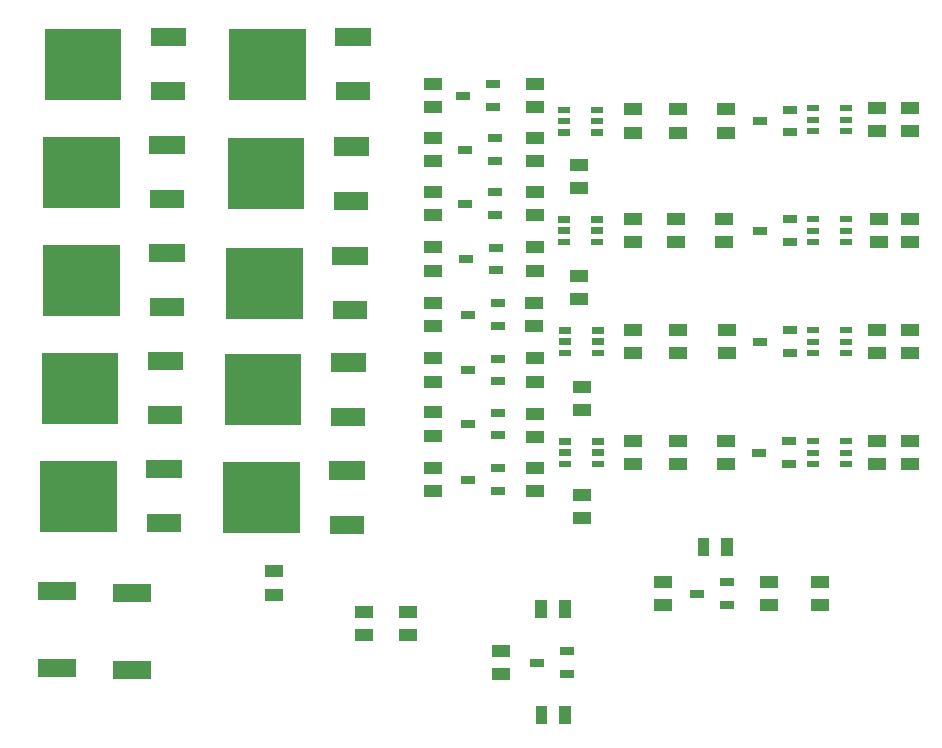
<source format=gtp>
G04 Layer: TopPasteMaskLayer*
G04 EasyEDA v6.4.17, 2021-02-25T19:03:03+01:00*
G04 6c0f4fe36ed64f8eba938430e6b1039c,39d5087fc9724a43abff86b671d546b8,10*
G04 Gerber Generator version 0.2*
G04 Scale: 100 percent, Rotated: No, Reflected: No *
G04 Dimensions in millimeters *
G04 leading zeros omitted , absolute positions ,4 integer and 5 decimal *
%FSLAX45Y45*%
%MOMM*%

%ADD17R,1.5500X1.0000*%
%ADD18R,1.0000X0.5500*%
%ADD19R,1.2500X0.7000*%
%ADD20R,1.0000X1.5500*%
%ADD22R,3.0000X1.6000*%
%ADD23R,3.3000X1.6000*%

%LPD*%
D17*
G01*
X4610100Y-4040200D03*
G01*
X4610100Y-4240199D03*
G01*
X4610100Y-3583000D03*
G01*
X4610100Y-3782999D03*
G01*
X4610100Y-3113100D03*
G01*
X4610100Y-3313099D03*
G01*
X4597400Y-2643200D03*
G01*
X4597400Y-2843199D03*
G01*
X4610100Y-2173300D03*
G01*
X4610100Y-2373299D03*
G01*
X4610100Y-1703400D03*
G01*
X4610100Y-1903399D03*
G01*
X4610100Y-1246200D03*
G01*
X4610100Y-1446199D03*
G01*
X4610100Y-789000D03*
G01*
X4610100Y-988999D03*
G36*
X4801095Y-1172395D02*
G01*
X4901095Y-1172395D01*
X4901095Y-1227396D01*
X4801095Y-1227396D01*
G37*
G36*
X4801095Y-1077399D02*
G01*
X4901095Y-1077399D01*
X4901095Y-1132400D01*
X4801095Y-1132400D01*
G37*
G36*
X4801095Y-982403D02*
G01*
X4901095Y-982403D01*
X4901095Y-1037404D01*
X4801095Y-1037404D01*
G37*
G36*
X5081104Y-982403D02*
G01*
X5181104Y-982403D01*
X5181104Y-1037404D01*
X5081104Y-1037404D01*
G37*
G36*
X5081104Y-1077399D02*
G01*
X5181104Y-1077399D01*
X5181104Y-1132400D01*
X5081104Y-1132400D01*
G37*
G36*
X5081104Y-1172395D02*
G01*
X5181104Y-1172395D01*
X5181104Y-1227396D01*
X5081104Y-1227396D01*
G37*
G36*
X4801095Y-2099495D02*
G01*
X4901095Y-2099495D01*
X4901095Y-2154496D01*
X4801095Y-2154496D01*
G37*
G36*
X4801095Y-2004499D02*
G01*
X4901095Y-2004499D01*
X4901095Y-2059500D01*
X4801095Y-2059500D01*
G37*
G36*
X4801095Y-1909503D02*
G01*
X4901095Y-1909503D01*
X4901095Y-1964504D01*
X4801095Y-1964504D01*
G37*
G36*
X5081104Y-1909503D02*
G01*
X5181104Y-1909503D01*
X5181104Y-1964504D01*
X5081104Y-1964504D01*
G37*
G36*
X5081104Y-2004499D02*
G01*
X5181104Y-2004499D01*
X5181104Y-2059500D01*
X5081104Y-2059500D01*
G37*
G36*
X5081104Y-2099495D02*
G01*
X5181104Y-2099495D01*
X5181104Y-2154496D01*
X5081104Y-2154496D01*
G37*
G36*
X4813795Y-3039295D02*
G01*
X4913795Y-3039295D01*
X4913795Y-3094296D01*
X4813795Y-3094296D01*
G37*
G36*
X4813795Y-2944299D02*
G01*
X4913795Y-2944299D01*
X4913795Y-2999300D01*
X4813795Y-2999300D01*
G37*
G36*
X4813795Y-2849303D02*
G01*
X4913795Y-2849303D01*
X4913795Y-2904304D01*
X4813795Y-2904304D01*
G37*
G36*
X5093804Y-2849303D02*
G01*
X5193804Y-2849303D01*
X5193804Y-2904304D01*
X5093804Y-2904304D01*
G37*
G36*
X5093804Y-2944299D02*
G01*
X5193804Y-2944299D01*
X5193804Y-2999300D01*
X5093804Y-2999300D01*
G37*
G36*
X5093804Y-3039295D02*
G01*
X5193804Y-3039295D01*
X5193804Y-3094296D01*
X5093804Y-3094296D01*
G37*
G36*
X4813795Y-3979095D02*
G01*
X4913795Y-3979095D01*
X4913795Y-4034096D01*
X4813795Y-4034096D01*
G37*
G36*
X4813795Y-3884099D02*
G01*
X4913795Y-3884099D01*
X4913795Y-3939100D01*
X4813795Y-3939100D01*
G37*
G36*
X4813795Y-3789103D02*
G01*
X4913795Y-3789103D01*
X4913795Y-3844104D01*
X4813795Y-3844104D01*
G37*
G36*
X5093804Y-3789103D02*
G01*
X5193804Y-3789103D01*
X5193804Y-3844104D01*
X5093804Y-3844104D01*
G37*
G36*
X5093804Y-3884099D02*
G01*
X5193804Y-3884099D01*
X5193804Y-3939100D01*
X5093804Y-3939100D01*
G37*
G36*
X5093804Y-3979095D02*
G01*
X5193804Y-3979095D01*
X5193804Y-4034096D01*
X5093804Y-4034096D01*
G37*
G01*
X3746500Y-4040200D03*
G01*
X3746500Y-4240199D03*
G01*
X3746500Y-3113100D03*
G01*
X3746500Y-3313099D03*
G01*
X3746500Y-3570300D03*
G01*
X3746500Y-3770299D03*
G01*
X3746500Y-2173300D03*
G01*
X3746500Y-2373299D03*
G01*
X3746500Y-2643200D03*
G01*
X3746500Y-2843199D03*
G01*
X3746500Y-1246200D03*
G01*
X3746500Y-1446199D03*
G01*
X3746500Y-1703400D03*
G01*
X3746500Y-1903399D03*
G01*
X3746500Y-789000D03*
G01*
X3746500Y-988999D03*
D19*
G01*
X4002531Y-889000D03*
G01*
X4252468Y-794004D03*
G01*
X4252468Y-983995D03*
G01*
X4015231Y-1346200D03*
G01*
X4265168Y-1251204D03*
G01*
X4265168Y-1441195D03*
G01*
X4015231Y-1803400D03*
G01*
X4265168Y-1708404D03*
G01*
X4265168Y-1898395D03*
G01*
X4027931Y-2273300D03*
G01*
X4277868Y-2178304D03*
G01*
X4277868Y-2368295D03*
G01*
X4040631Y-2743200D03*
G01*
X4290568Y-2648204D03*
G01*
X4290568Y-2838195D03*
G01*
X4040631Y-3213100D03*
G01*
X4290568Y-3118104D03*
G01*
X4290568Y-3308095D03*
G01*
X4040631Y-3670300D03*
G01*
X4290568Y-3575304D03*
G01*
X4290568Y-3765295D03*
G01*
X4040631Y-4140200D03*
G01*
X4290568Y-4045204D03*
G01*
X4290568Y-4235195D03*
D17*
G01*
X4978400Y-1674799D03*
G01*
X4978400Y-1474800D03*
G01*
X4978400Y-2614599D03*
G01*
X4978400Y-2414600D03*
G01*
X5003800Y-3554399D03*
G01*
X5003800Y-3354400D03*
G01*
X5003800Y-4468799D03*
G01*
X5003800Y-4268800D03*
G01*
X7785100Y-3811600D03*
G01*
X7785100Y-4011599D03*
G01*
X7785100Y-2871800D03*
G01*
X7785100Y-3071799D03*
G01*
X7785100Y-1932000D03*
G01*
X7785100Y-2131999D03*
G01*
X7785100Y-992200D03*
G01*
X7785100Y-1192199D03*
G01*
X4318000Y-5589600D03*
G01*
X4318000Y-5789599D03*
D19*
G01*
X6504431Y-3911600D03*
G01*
X6754368Y-3816604D03*
G01*
X6754368Y-4006595D03*
G01*
X6517131Y-2971800D03*
G01*
X6767068Y-2876804D03*
G01*
X6767068Y-3066795D03*
G01*
X6517131Y-2032000D03*
G01*
X6767068Y-1937004D03*
G01*
X6767068Y-2126995D03*
G01*
X6517131Y-1104900D03*
G01*
X6767068Y-1009904D03*
G01*
X6767068Y-1199895D03*
D17*
G01*
X6591300Y-5205399D03*
G01*
X6591300Y-5005400D03*
G36*
X6184099Y-4634199D02*
G01*
X6284099Y-4634199D01*
X6284099Y-4789200D01*
X6184099Y-4789200D01*
G37*
G36*
X5984100Y-4634199D02*
G01*
X6084100Y-4634199D01*
X6084100Y-4789200D01*
X5984100Y-4789200D01*
G37*
D20*
G01*
X4662500Y-5232400D03*
G01*
X4862499Y-5232400D03*
D17*
G01*
X3530600Y-5459399D03*
G01*
X3530600Y-5259400D03*
G01*
X5689600Y-5205399D03*
G01*
X5689600Y-5005400D03*
G01*
X3162300Y-5459399D03*
G01*
X3162300Y-5259400D03*
G01*
X7023100Y-5005400D03*
G01*
X7023100Y-5205399D03*
G36*
X4812499Y-6056599D02*
G01*
X4912499Y-6056599D01*
X4912499Y-6211600D01*
X4812499Y-6211600D01*
G37*
G36*
X4612500Y-6056599D02*
G01*
X4712500Y-6056599D01*
X4712500Y-6211600D01*
X4612500Y-6211600D01*
G37*
D19*
G01*
X6233668Y-5200395D03*
G01*
X6233668Y-5010404D03*
G01*
X5983731Y-5105400D03*
G01*
X4874768Y-5784595D03*
G01*
X4874768Y-5594604D03*
G01*
X4624831Y-5689600D03*
D18*
G01*
X7239304Y-3816604D03*
G01*
X7239304Y-3911600D03*
G01*
X7239304Y-4006595D03*
G01*
X6959295Y-4006595D03*
G01*
X6959295Y-3911600D03*
G01*
X6959295Y-3816604D03*
G01*
X7239304Y-2876804D03*
G01*
X7239304Y-2971800D03*
G01*
X7239304Y-3066795D03*
G01*
X6959295Y-3066795D03*
G01*
X6959295Y-2971800D03*
G01*
X6959295Y-2876804D03*
G01*
X7239304Y-1937004D03*
G01*
X7239304Y-2032000D03*
G01*
X7239304Y-2126995D03*
G01*
X6959295Y-2126995D03*
G01*
X6959295Y-2032000D03*
G01*
X6959295Y-1937004D03*
G01*
X7239304Y-997204D03*
G01*
X7239304Y-1092200D03*
G01*
X7239304Y-1187195D03*
G01*
X6959295Y-1187195D03*
G01*
X6959295Y-1092200D03*
G01*
X6959295Y-997204D03*
D17*
G01*
X5816600Y-1004900D03*
G01*
X5816600Y-1204899D03*
G01*
X6223000Y-1004900D03*
G01*
X6223000Y-1204899D03*
G01*
X5803900Y-1932000D03*
G01*
X5803900Y-2131999D03*
G01*
X6210300Y-1932000D03*
G01*
X6210300Y-2131999D03*
G01*
X5816600Y-2871800D03*
G01*
X5816600Y-3071799D03*
G01*
X6235700Y-2871800D03*
G01*
X6235700Y-3071799D03*
G01*
X5816600Y-3811600D03*
G01*
X5816600Y-4011599D03*
G01*
X6223000Y-3811600D03*
G01*
X6223000Y-4011599D03*
G01*
X5435600Y-1204899D03*
G01*
X5435600Y-1004900D03*
G01*
X5435600Y-2131999D03*
G01*
X5435600Y-1932000D03*
G01*
X5435600Y-3071799D03*
G01*
X5435600Y-2871800D03*
G01*
X5435600Y-4011599D03*
G01*
X5435600Y-3811600D03*
G01*
X7505700Y-3811600D03*
G01*
X7505700Y-4011599D03*
G01*
X7505700Y-2871800D03*
G01*
X7505700Y-3071799D03*
G01*
X7518400Y-1932000D03*
G01*
X7518400Y-2131999D03*
G01*
X7505700Y-992200D03*
G01*
X7505700Y-1192199D03*
G01*
X2400300Y-4916500D03*
G01*
X2400300Y-5116499D03*
G36*
X456311Y-922273D02*
G01*
X456311Y-322326D01*
X1106296Y-322326D01*
X1106296Y-922273D01*
G37*
D22*
G01*
X1504695Y-852296D03*
G36*
X1353946Y-472439D02*
G01*
X1353946Y-312420D01*
X1654175Y-312420D01*
X1654175Y-472439D01*
G37*
G36*
X443611Y-1836673D02*
G01*
X443611Y-1236726D01*
X1093596Y-1236726D01*
X1093596Y-1836673D01*
G37*
G01*
X1491995Y-1766696D03*
G36*
X1341246Y-1386839D02*
G01*
X1341246Y-1226820D01*
X1641475Y-1226820D01*
X1641475Y-1386839D01*
G37*
G36*
X443611Y-2751073D02*
G01*
X443611Y-2151126D01*
X1093596Y-2151126D01*
X1093596Y-2751073D01*
G37*
G01*
X1491995Y-2681096D03*
G36*
X1341246Y-2301239D02*
G01*
X1341246Y-2141220D01*
X1641475Y-2141220D01*
X1641475Y-2301239D01*
G37*
G36*
X2018411Y-922273D02*
G01*
X2018411Y-322326D01*
X2668397Y-322326D01*
X2668397Y-922273D01*
G37*
G01*
X3066795Y-852296D03*
G36*
X2916047Y-472439D02*
G01*
X2916047Y-312420D01*
X3216275Y-312420D01*
X3216275Y-472439D01*
G37*
G36*
X2005711Y-1849373D02*
G01*
X2005711Y-1249426D01*
X2655697Y-1249426D01*
X2655697Y-1849373D01*
G37*
G01*
X3054095Y-1779396D03*
G36*
X2903347Y-1399539D02*
G01*
X2903347Y-1239520D01*
X3203575Y-1239520D01*
X3203575Y-1399539D01*
G37*
G36*
X1993011Y-2776473D02*
G01*
X1993011Y-2176526D01*
X2642997Y-2176526D01*
X2642997Y-2776473D01*
G37*
G01*
X3041395Y-2706496D03*
G36*
X2890647Y-2326639D02*
G01*
X2890647Y-2166620D01*
X3190875Y-2166620D01*
X3190875Y-2326639D01*
G37*
G36*
X430911Y-3665473D02*
G01*
X430911Y-3065526D01*
X1080896Y-3065526D01*
X1080896Y-3665473D01*
G37*
G01*
X1479295Y-3595496D03*
G36*
X1328546Y-3215639D02*
G01*
X1328546Y-3055620D01*
X1628775Y-3055620D01*
X1628775Y-3215639D01*
G37*
G36*
X1980311Y-3678173D02*
G01*
X1980311Y-3078226D01*
X2630297Y-3078226D01*
X2630297Y-3678173D01*
G37*
G01*
X3028695Y-3608196D03*
G36*
X2877947Y-3228339D02*
G01*
X2877947Y-3068320D01*
X3178175Y-3068320D01*
X3178175Y-3228339D01*
G37*
G36*
X418211Y-4579873D02*
G01*
X418211Y-3979926D01*
X1068196Y-3979926D01*
X1068196Y-4579873D01*
G37*
G01*
X1466595Y-4509896D03*
G36*
X1315846Y-4130039D02*
G01*
X1315846Y-3970020D01*
X1616075Y-3970020D01*
X1616075Y-4130039D01*
G37*
G36*
X1967611Y-4592573D02*
G01*
X1967611Y-3992626D01*
X2617597Y-3992626D01*
X2617597Y-4592573D01*
G37*
G01*
X3015995Y-4522596D03*
G36*
X2865247Y-4142739D02*
G01*
X2865247Y-3982720D01*
X3165475Y-3982720D01*
X3165475Y-4142739D01*
G37*
D23*
G01*
X1193698Y-5747893D03*
G01*
X1193698Y-5097906D03*
G01*
X558698Y-5735193D03*
G01*
X558698Y-5085206D03*
M02*

</source>
